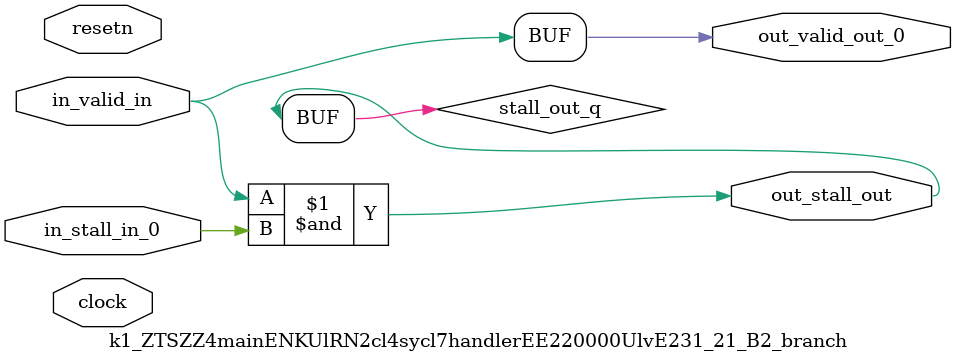
<source format=sv>



(* altera_attribute = "-name AUTO_SHIFT_REGISTER_RECOGNITION OFF; -name MESSAGE_DISABLE 10036; -name MESSAGE_DISABLE 10037; -name MESSAGE_DISABLE 14130; -name MESSAGE_DISABLE 14320; -name MESSAGE_DISABLE 15400; -name MESSAGE_DISABLE 14130; -name MESSAGE_DISABLE 10036; -name MESSAGE_DISABLE 12020; -name MESSAGE_DISABLE 12030; -name MESSAGE_DISABLE 12010; -name MESSAGE_DISABLE 12110; -name MESSAGE_DISABLE 14320; -name MESSAGE_DISABLE 13410; -name MESSAGE_DISABLE 113007; -name MESSAGE_DISABLE 10958" *)
module k1_ZTSZZ4mainENKUlRN2cl4sycl7handlerEE220000UlvE231_21_B2_branch (
    input wire [0:0] in_stall_in_0,
    input wire [0:0] in_valid_in,
    output wire [0:0] out_stall_out,
    output wire [0:0] out_valid_out_0,
    input wire clock,
    input wire resetn
    );

    wire [0:0] stall_out_q;


    // stall_out(LOGICAL,6)
    assign stall_out_q = in_valid_in & in_stall_in_0;

    // out_stall_out(GPOUT,4)
    assign out_stall_out = stall_out_q;

    // out_valid_out_0(GPOUT,5)
    assign out_valid_out_0 = in_valid_in;

endmodule

</source>
